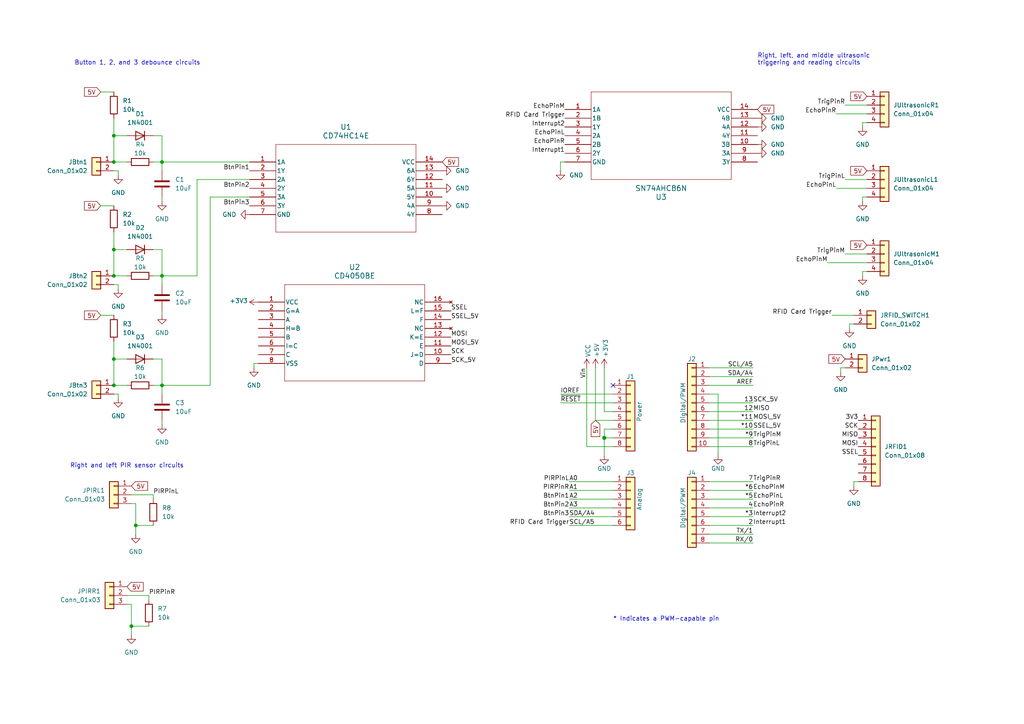
<source format=kicad_sch>
(kicad_sch (version 20230121) (generator eeschema)
  (paper "A4")
  (title_block (date "mar. 31 mars 2015"))
  (lib_symbols
    (symbol "CD4050BE:CD4050BE" (pin_names (offset 0.254))
      (property "Reference" "U" (at 27.94 10.16 0))
      (property "Value" "CD4050BE" (at 27.94 7.62 0))
      (symbol "CD4050BE_0_1"
        (polyline (pts (xy 7.62 -22.86) (xy 48.26 -22.86)) (stroke (width 0.127)))
        (polyline (pts (xy 7.62 5.08) (xy 7.62 -22.86)) (stroke (width 0.127)))
        (polyline (pts (xy 48.26 -22.86) (xy 48.26 5.08)) (stroke (width 0.127)))
        (polyline (pts (xy 48.26 5.08) (xy 7.62 5.08)) (stroke (width 0.127)))
        (pin power_in line (at 0 0 0) (length 7.62) (name "VCC") (number "1"))
        (pin unspecified line (at 55.88 -15.24 180) (length 7.62) (name "J=D") (number "10"))
        (pin unspecified line (at 55.88 -12.7 180) (length 7.62) (name "E") (number "11"))
        (pin unspecified line (at 55.88 -10.16 180) (length 7.62) (name "K=E") (number "12"))
        (pin no_connect line (at 55.88 -7.62 180) (length 7.62) (name "NC") (number "13"))
        (pin unspecified line (at 55.88 -5.08 180) (length 7.62) (name "F") (number "14"))
        (pin unspecified line (at 55.88 -2.54 180) (length 7.62) (name "L=F") (number "15"))
        (pin no_connect line (at 55.88 0 180) (length 7.62) (name "NC") (number "16"))
        (pin unspecified line (at 0 -2.54 0) (length 7.62) (name "G=A") (number "2"))
        (pin unspecified line (at 0 -5.08 0) (length 7.62) (name "A") (number "3"))
        (pin unspecified line (at 0 -7.62 0) (length 7.62) (name "H=B") (number "4"))
        (pin unspecified line (at 0 -10.16 0) (length 7.62) (name "B") (number "5"))
        (pin unspecified line (at 0 -12.7 0) (length 7.62) (name "I=C") (number "6"))
        (pin unspecified line (at 0 -15.24 0) (length 7.62) (name "C") (number "7"))
        (pin power_in line (at 0 -17.78 0) (length 7.62) (name "VSS") (number "8"))
        (pin unspecified line (at 55.88 -17.78 180) (length 7.62) (name "D") (number "9"))
      )
    )
    (symbol "CD74HC14E:CD74HC14E" (pin_names (offset 0.254))
      (property "Reference" "U" (at 27.94 10.16 0))
      (property "Value" "CD74HC14E" (at 27.94 7.62 0))
      (symbol "CD74HC14E_0_1"
        (polyline (pts (xy 7.62 -20.32) (xy 48.26 -20.32)) (stroke (width 0.127)))
        (polyline (pts (xy 7.62 5.08) (xy 7.62 -20.32)) (stroke (width 0.127)))
        (polyline (pts (xy 48.26 -20.32) (xy 48.26 5.08)) (stroke (width 0.127)))
        (polyline (pts (xy 48.26 5.08) (xy 7.62 5.08)) (stroke (width 0.127)))
        (pin input line (at 0 0 0) (length 7.62) (name "1A") (number "1"))
        (pin output line (at 55.88 -10.16 180) (length 7.62) (name "5Y") (number "10"))
        (pin input line (at 55.88 -7.62 180) (length 7.62) (name "5A") (number "11"))
        (pin output line (at 55.88 -5.08 180) (length 7.62) (name "6Y") (number "12"))
        (pin input line (at 55.88 -2.54 180) (length 7.62) (name "6A") (number "13"))
        (pin power_in line (at 55.88 0 180) (length 7.62) (name "VCC") (number "14"))
        (pin output line (at 0 -2.54 0) (length 7.62) (name "1Y") (number "2"))
        (pin input line (at 0 -5.08 0) (length 7.62) (name "2A") (number "3"))
        (pin output line (at 0 -7.62 0) (length 7.62) (name "2Y") (number "4"))
        (pin input line (at 0 -10.16 0) (length 7.62) (name "3A") (number "5"))
        (pin output line (at 0 -12.7 0) (length 7.62) (name "3Y") (number "6"))
        (pin power_in line (at 0 -15.24 0) (length 7.62) (name "GND") (number "7"))
        (pin output line (at 55.88 -15.24 180) (length 7.62) (name "4Y") (number "8"))
        (pin input line (at 55.88 -12.7 180) (length 7.62) (name "4A") (number "9"))
      )
    )
    (symbol "Connector_Generic:Conn_01x02" (pin_names (offset 1.016) hide)
      (property "Reference" "J" (at 0 2.54 0))
      (property "Value" "Conn_01x02" (at 0 -5.08 0))
      (symbol "Conn_01x02_1_1"
        (rectangle (start -1.27 -2.413) (end 0 -2.667) (stroke (width 0.1524)))
        (rectangle (start -1.27 0.127) (end 0 -0.127) (stroke (width 0.1524)))
        (rectangle (start -1.27 1.27) (end 1.27 -3.81) (stroke (width 0.254)) (fill (type background)))
        (pin passive line (at -5.08 0 0) (length 3.81) (name "Pin_1") (number "1"))
        (pin passive line (at -5.08 -2.54 0) (length 3.81) (name "Pin_2") (number "2"))
      )
    )
    (symbol "Connector_Generic:Conn_01x03" (pin_names (offset 1.016) hide)
      (property "Reference" "J" (at 0 5.08 0))
      (property "Value" "Conn_01x03" (at 0 -5.08 0))
      (symbol "Conn_01x03_1_1"
        (rectangle (start -1.27 -2.413) (end 0 -2.667) (stroke (width 0.1524)))
        (rectangle (start -1.27 0.127) (end 0 -0.127) (stroke (width 0.1524)))
        (rectangle (start -1.27 2.667) (end 0 2.413) (stroke (width 0.1524)))
        (rectangle (start -1.27 3.81) (end 1.27 -3.81) (stroke (width 0.254)) (fill (type background)))
        (pin passive line (at -5.08 2.54 0) (length 3.81) (name "Pin_1") (number "1"))
        (pin passive line (at -5.08 0 0) (length 3.81) (name "Pin_2") (number "2"))
        (pin passive line (at -5.08 -2.54 0) (length 3.81) (name "Pin_3") (number "3"))
      )
    )
    (symbol "Connector_Generic:Conn_01x04" (pin_names (offset 1.016) hide)
      (property "Reference" "J" (at 0 5.08 0))
      (property "Value" "Conn_01x04" (at 0 -7.62 0))
      (symbol "Conn_01x04_1_1"
        (rectangle (start -1.27 -4.953) (end 0 -5.207) (stroke (width 0.1524)))
        (rectangle (start -1.27 -2.413) (end 0 -2.667) (stroke (width 0.1524)))
        (rectangle (start -1.27 0.127) (end 0 -0.127) (stroke (width 0.1524)))
        (rectangle (start -1.27 2.667) (end 0 2.413) (stroke (width 0.1524)))
        (rectangle (start -1.27 3.81) (end 1.27 -6.35) (stroke (width 0.254)) (fill (type background)))
        (pin passive line (at -5.08 2.54 0) (length 3.81) (name "Pin_1") (number "1"))
        (pin passive line (at -5.08 0 0) (length 3.81) (name "Pin_2") (number "2"))
        (pin passive line (at -5.08 -2.54 0) (length 3.81) (name "Pin_3") (number "3"))
        (pin passive line (at -5.08 -5.08 0) (length 3.81) (name "Pin_4") (number "4"))
      )
    )
    (symbol "Connector_Generic:Conn_01x06" (pin_names (offset 1.016) hide)
      (property "Reference" "J" (at 0 7.62 0))
      (property "Value" "Conn_01x06" (at 0 -10.16 0))
      (symbol "Conn_01x06_1_1"
        (rectangle (start -1.27 -7.493) (end 0 -7.747) (stroke (width 0.1524)))
        (rectangle (start -1.27 -4.953) (end 0 -5.207) (stroke (width 0.1524)))
        (rectangle (start -1.27 -2.413) (end 0 -2.667) (stroke (width 0.1524)))
        (rectangle (start -1.27 0.127) (end 0 -0.127) (stroke (width 0.1524)))
        (rectangle (start -1.27 2.667) (end 0 2.413) (stroke (width 0.1524)))
        (rectangle (start -1.27 5.207) (end 0 4.953) (stroke (width 0.1524)))
        (rectangle (start -1.27 6.35) (end 1.27 -8.89) (stroke (width 0.254)) (fill (type background)))
        (pin passive line (at -5.08 5.08 0) (length 3.81) (name "Pin_1") (number "1"))
        (pin passive line (at -5.08 2.54 0) (length 3.81) (name "Pin_2") (number "2"))
        (pin passive line (at -5.08 0 0) (length 3.81) (name "Pin_3") (number "3"))
        (pin passive line (at -5.08 -2.54 0) (length 3.81) (name "Pin_4") (number "4"))
        (pin passive line (at -5.08 -5.08 0) (length 3.81) (name "Pin_5") (number "5"))
        (pin passive line (at -5.08 -7.62 0) (length 3.81) (name "Pin_6") (number "6"))
      )
    )
    (symbol "Connector_Generic:Conn_01x08" (pin_names (offset 1.016) hide)
      (property "Reference" "J" (at 0 10.16 0))
      (property "Value" "Conn_01x08" (at 0 -12.7 0))
      (symbol "Conn_01x08_1_1"
        (rectangle (start -1.27 -10.033) (end 0 -10.287) (stroke (width 0.1524)))
        (rectangle (start -1.27 -7.493) (end 0 -7.747) (stroke (width 0.1524)))
        (rectangle (start -1.27 -4.953) (end 0 -5.207) (stroke (width 0.1524)))
        (rectangle (start -1.27 -2.413) (end 0 -2.667) (stroke (width 0.1524)))
        (rectangle (start -1.27 0.127) (end 0 -0.127) (stroke (width 0.1524)))
        (rectangle (start -1.27 2.667) (end 0 2.413) (stroke (width 0.1524)))
        (rectangle (start -1.27 5.207) (end 0 4.953) (stroke (width 0.1524)))
        (rectangle (start -1.27 7.747) (end 0 7.493) (stroke (width 0.1524)))
        (rectangle (start -1.27 8.89) (end 1.27 -11.43) (stroke (width 0.254)) (fill (type background)))
        (pin passive line (at -5.08 7.62 0) (length 3.81) (name "Pin_1") (number "1"))
        (pin passive line (at -5.08 5.08 0) (length 3.81) (name "Pin_2") (number "2"))
        (pin passive line (at -5.08 2.54 0) (length 3.81) (name "Pin_3") (number "3"))
        (pin passive line (at -5.08 0 0) (length 3.81) (name "Pin_4") (number "4"))
        (pin passive line (at -5.08 -2.54 0) (length 3.81) (name "Pin_5") (number "5"))
        (pin passive line (at -5.08 -5.08 0) (length 3.81) (name "Pin_6") (number "6"))
        (pin passive line (at -5.08 -7.62 0) (length 3.81) (name "Pin_7") (number "7"))
        (pin passive line (at -5.08 -10.16 0) (length 3.81) (name "Pin_8") (number "8"))
      )
    )
    (symbol "Connector_Generic:Conn_01x10" (pin_names (offset 1.016) hide)
      (property "Reference" "J" (at 0 12.7 0))
      (property "Value" "Conn_01x10" (at 0 -15.24 0))
      (symbol "Conn_01x10_1_1"
        (rectangle (start -1.27 -12.573) (end 0 -12.827) (stroke (width 0.1524)))
        (rectangle (start -1.27 -10.033) (end 0 -10.287) (stroke (width 0.1524)))
        (rectangle (start -1.27 -7.493) (end 0 -7.747) (stroke (width 0.1524)))
        (rectangle (start -1.27 -4.953) (end 0 -5.207) (stroke (width 0.1524)))
        (rectangle (start -1.27 -2.413) (end 0 -2.667) (stroke (width 0.1524)))
        (rectangle (start -1.27 0.127) (end 0 -0.127) (stroke (width 0.1524)))
        (rectangle (start -1.27 2.667) (end 0 2.413) (stroke (width 0.1524)))
        (rectangle (start -1.27 5.207) (end 0 4.953) (stroke (width 0.1524)))
        (rectangle (start -1.27 7.747) (end 0 7.493) (stroke (width 0.1524)))
        (rectangle (start -1.27 10.287) (end 0 10.033) (stroke (width 0.1524)))
        (rectangle (start -1.27 11.43) (end 1.27 -13.97) (stroke (width 0.254)) (fill (type background)))
        (pin passive line (at -5.08 10.16 0) (length 3.81) (name "Pin_1") (number "1"))
        (pin passive line (at -5.08 -12.7 0) (length 3.81) (name "Pin_10") (number "10"))
        (pin passive line (at -5.08 7.62 0) (length 3.81) (name "Pin_2") (number "2"))
        (pin passive line (at -5.08 5.08 0) (length 3.81) (name "Pin_3") (number "3"))
        (pin passive line (at -5.08 2.54 0) (length 3.81) (name "Pin_4") (number "4"))
        (pin passive line (at -5.08 0 0) (length 3.81) (name "Pin_5") (number "5"))
        (pin passive line (at -5.08 -2.54 0) (length 3.81) (name "Pin_6") (number "6"))
        (pin passive line (at -5.08 -5.08 0) (length 3.81) (name "Pin_7") (number "7"))
        (pin passive line (at -5.08 -7.62 0) (length 3.81) (name "Pin_8") (number "8"))
        (pin passive line (at -5.08 -10.16 0) (length 3.81) (name "Pin_9") (number "9"))
      )
    )
    (symbol "Device:C" (pin_numbers hide) (pin_names (offset 0.254))
      (property "Reference" "C" (at 0.635 2.54 0))
      (property "Value" "C" (at 0.635 -2.54 0))
      (symbol "C_0_1"
        (polyline (pts (xy -2.032 -0.762) (xy 2.032 -0.762)) (stroke (width 0.508)))
        (polyline (pts (xy -2.032 0.762) (xy 2.032 0.762)) (stroke (width 0.508)))
      )
      (symbol "C_1_1"
        (pin passive line (at 0 3.81 270) (length 2.794) (name "~") (number "1"))
        (pin passive line (at 0 -3.81 90) (length 2.794) (name "~") (number "2"))
      )
    )
    (symbol "Device:R" (pin_numbers hide) (pin_names (offset 0))
      (property "Reference" "R" (at 2.032 0 90))
      (property "Value" "R" (at 0 0 90))
      (symbol "R_0_1"
        (rectangle (start -1.016 -2.54) (end 1.016 2.54) (stroke (width 0.254)))
      )
      (symbol "R_1_1"
        (pin passive line (at 0 3.81 270) (length 1.27) (name "~") (number "1"))
        (pin passive line (at 0 -3.81 90) (length 1.27) (name "~") (number "2"))
      )
    )
    (symbol "Diode:1N4001" (pin_numbers hide) (pin_names hide)
      (property "Reference" "D" (at 0 2.54 0))
      (property "Value" "1N4001" (at 0 -2.54 0))
      (symbol "1N4001_0_1"
        (polyline (pts (xy -1.27 1.27) (xy -1.27 -1.27)) (stroke (width 0.254)))
        (polyline (pts (xy 1.27 0) (xy -1.27 0)))
        (polyline (pts (xy 1.27 1.27) (xy 1.27 -1.27) (xy -1.27 0) (xy 1.27 1.27)) (stroke (width 0.254)))
      )
      (symbol "1N4001_1_1"
        (pin passive line (at -3.81 0 0) (length 2.54) (name "K") (number "1"))
        (pin passive line (at 3.81 0 180) (length 2.54) (name "A") (number "2"))
      )
    )
    (symbol "SN74AHC86N:SN74AHC86N" (pin_names (offset 0.254))
      (property "Reference" "U" (at 27.94 10.16 0))
      (property "Value" "SN74AHC86N" (at 27.94 7.62 0))
      (symbol "SN74AHC86N_0_1"
        (polyline (pts (xy 7.62 -20.32) (xy 48.26 -20.32)) (stroke (width 0.127)))
        (polyline (pts (xy 7.62 5.08) (xy 7.62 -20.32)) (stroke (width 0.127)))
        (polyline (pts (xy 48.26 -20.32) (xy 48.26 5.08)) (stroke (width 0.127)))
        (polyline (pts (xy 48.26 5.08) (xy 7.62 5.08)) (stroke (width 0.127)))
        (pin input line (at 0 0 0) (length 7.62) (name "1A") (number "1"))
        (pin input line (at 55.88 -10.16 180) (length 7.62) (name "3B") (number "10"))
        (pin output line (at 55.88 -7.62 180) (length 7.62) (name "4Y") (number "11"))
        (pin input line (at 55.88 -5.08 180) (length 7.62) (name "4A") (number "12"))
        (pin input line (at 55.88 -2.54 180) (length 7.62) (name "4B") (number "13"))
        (pin power_in line (at 55.88 0 180) (length 7.62) (name "VCC") (number "14"))
        (pin input line (at 0 -2.54 0) (length 7.62) (name "1B") (number "2"))
        (pin output line (at 0 -5.08 0) (length 7.62) (name "1Y") (number "3"))
        (pin input line (at 0 -7.62 0) (length 7.62) (name "2A") (number "4"))
        (pin input line (at 0 -10.16 0) (length 7.62) (name "2B") (number "5"))
        (pin output line (at 0 -12.7 0) (length 7.62) (name "2Y") (number "6"))
        (pin power_in line (at 0 -15.24 0) (length 7.62) (name "GND") (number "7"))
        (pin output line (at 55.88 -15.24 180) (length 7.62) (name "3Y") (number "8"))
        (pin input line (at 55.88 -12.7 180) (length 7.62) (name "3A") (number "9"))
      )
    )
    (symbol "power:+3V3" (power) (pin_names (offset 0))
      (property "Value" "+3V3" (at 0 3.556 0))
      (symbol "+3V3_0_1"
        (polyline (pts (xy -0.762 1.27) (xy 0 2.54)))
        (polyline (pts (xy 0 0) (xy 0 2.54)))
        (polyline (pts (xy 0 2.54) (xy 0.762 1.27)))
      )
      (symbol "+3V3_1_1"
        (pin power_in line (at 0 0 90) (length 0) hide (name "+3V3") (number "1"))
      )
    )
    (symbol "power:+5V" (power) (pin_names (offset 0))
      (property "Value" "+5V" (at 0 3.556 0))
      (symbol "+5V_0_1"
        (polyline (pts (xy -0.762 1.27) (xy 0 2.54)))
        (polyline (pts (xy 0 0) (xy 0 2.54)))
        (polyline (pts (xy 0 2.54) (xy 0.762 1.27)))
      )
      (symbol "+5V_1_1"
        (pin power_in line (at 0 0 90) (length 0) hide (name "+5V") (number "1"))
      )
    )
    (symbol "power:GND" (power) (pin_names (offset 0))
      (property "Value" "GND" (at 0 -3.81 0))
      (symbol "GND_0_1"
        (polyline (pts (xy 0 0) (xy 0 -1.27) (xy 1.27 -1.27) (xy 0 -2.54) (xy -1.27 -1.27) (xy 0 -1.27)))
      )
      (symbol "GND_1_1"
        (pin power_in line (at 0 0 270) (length 0) hide (name "GND") (number "1"))
      )
    )
    (symbol "power:VCC" (power) (pin_names (offset 0))
      (property "Value" "VCC" (at 0 3.81 0))
      (symbol "VCC_0_1"
        (polyline (pts (xy -0.762 1.27) (xy 0 2.54)))
        (polyline (pts (xy 0 0) (xy 0 2.54)))
        (polyline (pts (xy 0 2.54) (xy 0.762 1.27)))
      )
      (symbol "VCC_1_1"
        (pin power_in line (at 0 0 90) (length 0) hide (name "VCC") (number "1"))
      )
    )
  )
  (junction (at 39.37 152.4))
  (junction (at 46.99 80.01))
  (junction (at 175.26 127) (diameter 1.016))
  (junction (at 46.99 46.99))
  (junction (at 46.99 111.76))
  (junction (at 33.02 46.99))
  (junction (at 33.02 104.14))
  (junction (at 33.02 80.01))
  (junction (at 38.1 181.61))
  (junction (at 33.02 111.76))
  (junction (at 33.02 39.37))
  (junction (at 33.02 72.39))
  (no_connect (at 177.8 111.76))
  (wire (pts (xy 33.02 39.37) (xy 33.02 46.99)))
  (wire (pts (xy 33.02 72.39) (xy 33.02 67.31)))
  (wire (pts (xy 205.74 157.48) (xy 218.44 157.48)))
  (wire (pts (xy 246.38 93.98) (xy 246.38 95.25)))
  (wire (pts (xy 205.74 124.46) (xy 218.44 124.46)))
  (wire (pts (xy 74.93 105.41) (xy 73.66 105.41)))
  (wire (pts (xy 245.11 106.68) (xy 243.84 106.68)))
  (wire (pts (xy 205.74 106.68) (xy 218.44 106.68)))
  (wire (pts (xy 44.45 80.01) (xy 46.99 80.01)))
  (wire (pts (xy 39.37 152.4) (xy 39.37 154.94)))
  (wire (pts (xy 29.21 59.69) (xy 33.02 59.69)))
  (wire (pts (xy 34.29 82.55) (xy 34.29 83.82)))
  (wire (pts (xy 175.26 124.46) (xy 175.26 127)))
  (wire (pts (xy 165.1 152.4) (xy 177.8 152.4)))
  (wire (pts (xy 241.3 91.44) (xy 247.65 91.44)))
  (wire (pts (xy 33.02 39.37) (xy 33.02 34.29)))
  (wire (pts (xy 33.02 80.01) (xy 36.83 80.01)))
  (wire (pts (xy 175.26 127) (xy 175.26 132.08)))
  (wire (pts (xy 245.11 30.48) (xy 251.46 30.48)))
  (wire (pts (xy 175.26 119.38) (xy 177.8 119.38)))
  (wire (pts (xy 36.83 172.72) (xy 43.18 172.72)))
  (wire (pts (xy 172.72 121.92) (xy 177.8 121.92)))
  (wire (pts (xy 172.72 106.68) (xy 172.72 121.92)))
  (wire (pts (xy 39.37 152.4) (xy 44.45 152.4)))
  (wire (pts (xy 205.74 116.84) (xy 218.44 116.84)))
  (wire (pts (xy 72.39 57.15) (xy 60.96 57.15)))
  (wire (pts (xy 175.26 106.68) (xy 175.26 119.38)))
  (wire (pts (xy 205.74 139.7) (xy 218.44 139.7)))
  (wire (pts (xy 38.1 181.61) (xy 43.18 181.61)))
  (wire (pts (xy 245.11 52.07) (xy 251.46 52.07)))
  (wire (pts (xy 46.99 90.17) (xy 46.99 91.44)))
  (wire (pts (xy 177.8 139.7) (xy 165.1 139.7)))
  (wire (pts (xy 205.74 119.38) (xy 218.44 119.38)))
  (wire (pts (xy 43.18 172.72) (xy 43.18 173.99)))
  (wire (pts (xy 205.74 142.24) (xy 218.44 142.24)))
  (wire (pts (xy 240.03 76.2) (xy 251.46 76.2)))
  (wire (pts (xy 33.02 111.76) (xy 36.83 111.76)))
  (wire (pts (xy 36.83 39.37) (xy 33.02 39.37)))
  (wire (pts (xy 73.66 105.41) (xy 73.66 106.68)))
  (wire (pts (xy 250.19 35.56) (xy 251.46 35.56)))
  (wire (pts (xy 46.99 72.39) (xy 46.99 80.01)))
  (wire (pts (xy 205.74 127) (xy 218.44 127)))
  (wire (pts (xy 29.21 91.44) (xy 33.02 91.44)))
  (wire (pts (xy 33.02 104.14) (xy 33.02 99.06)))
  (wire (pts (xy 205.74 147.32) (xy 218.44 147.32)))
  (wire (pts (xy 46.99 57.15) (xy 46.99 58.42)))
  (wire (pts (xy 46.99 121.92) (xy 46.99 123.19)))
  (wire (pts (xy 250.19 78.74) (xy 250.19 80.01)))
  (wire (pts (xy 162.56 114.3) (xy 177.8 114.3)))
  (wire (pts (xy 44.45 39.37) (xy 46.99 39.37)))
  (wire (pts (xy 44.45 104.14) (xy 46.99 104.14)))
  (wire (pts (xy 36.83 72.39) (xy 33.02 72.39)))
  (wire (pts (xy 46.99 39.37) (xy 46.99 46.99)))
  (wire (pts (xy 247.65 93.98) (xy 246.38 93.98)))
  (wire (pts (xy 36.83 104.14) (xy 33.02 104.14)))
  (wire (pts (xy 163.83 46.99) (xy 162.56 46.99)))
  (wire (pts (xy 208.28 114.3) (xy 208.28 132.08)))
  (wire (pts (xy 248.92 139.7) (xy 247.65 139.7)))
  (wire (pts (xy 46.99 80.01) (xy 57.15 80.01)))
  (wire (pts (xy 36.83 175.26) (xy 38.1 175.26)))
  (wire (pts (xy 34.29 114.3) (xy 34.29 115.57)))
  (wire (pts (xy 60.96 57.15) (xy 60.96 111.76)))
  (wire (pts (xy 205.74 111.76) (xy 218.44 111.76)))
  (wire (pts (xy 57.15 52.07) (xy 57.15 80.01)))
  (wire (pts (xy 177.8 144.78) (xy 165.1 144.78)))
  (wire (pts (xy 162.56 116.84) (xy 177.8 116.84)))
  (wire (pts (xy 38.1 146.05) (xy 39.37 146.05)))
  (wire (pts (xy 177.8 127) (xy 175.26 127)))
  (wire (pts (xy 46.99 46.99) (xy 46.99 49.53)))
  (wire (pts (xy 46.99 80.01) (xy 46.99 82.55)))
  (wire (pts (xy 33.02 114.3) (xy 34.29 114.3)))
  (wire (pts (xy 33.02 82.55) (xy 34.29 82.55)))
  (wire (pts (xy 46.99 104.14) (xy 46.99 111.76)))
  (wire (pts (xy 46.99 46.99) (xy 72.39 46.99)))
  (wire (pts (xy 44.45 46.99) (xy 46.99 46.99)))
  (wire (pts (xy 33.02 49.53) (xy 34.29 49.53)))
  (wire (pts (xy 245.11 73.66) (xy 251.46 73.66)))
  (wire (pts (xy 177.8 129.54) (xy 170.18 129.54)))
  (wire (pts (xy 165.1 142.24) (xy 177.8 142.24)))
  (wire (pts (xy 33.02 72.39) (xy 33.02 80.01)))
  (wire (pts (xy 33.02 104.14) (xy 33.02 111.76)))
  (wire (pts (xy 46.99 111.76) (xy 60.96 111.76)))
  (wire (pts (xy 38.1 181.61) (xy 38.1 184.15)))
  (wire (pts (xy 205.74 114.3) (xy 208.28 114.3)))
  (wire (pts (xy 251.46 57.15) (xy 250.19 57.15)))
  (wire (pts (xy 39.37 146.05) (xy 39.37 152.4)))
  (wire (pts (xy 177.8 124.46) (xy 175.26 124.46)))
  (wire (pts (xy 243.84 106.68) (xy 243.84 107.95)))
  (wire (pts (xy 251.46 54.61) (xy 242.57 54.61)))
  (wire (pts (xy 205.74 121.92) (xy 218.44 121.92)))
  (wire (pts (xy 44.45 111.76) (xy 46.99 111.76)))
  (wire (pts (xy 38.1 175.26) (xy 38.1 181.61)))
  (wire (pts (xy 33.02 46.99) (xy 36.83 46.99)))
  (wire (pts (xy 205.74 144.78) (xy 218.44 144.78)))
  (wire (pts (xy 165.1 147.32) (xy 177.8 147.32)))
  (wire (pts (xy 44.45 72.39) (xy 46.99 72.39)))
  (wire (pts (xy 44.45 143.51) (xy 44.45 144.78)))
  (wire (pts (xy 247.65 139.7) (xy 247.65 140.97)))
  (wire (pts (xy 34.29 49.53) (xy 34.29 50.8)))
  (wire (pts (xy 162.56 46.99) (xy 162.56 49.53)))
  (wire (pts (xy 38.1 143.51) (xy 44.45 143.51)))
  (wire (pts (xy 205.74 109.22) (xy 218.44 109.22)))
  (wire (pts (xy 205.74 152.4) (xy 218.44 152.4)))
  (wire (pts (xy 205.74 149.86) (xy 218.44 149.86)))
  (wire (pts (xy 72.39 52.07) (xy 57.15 52.07)))
  (wire (pts (xy 46.99 111.76) (xy 46.99 114.3)))
  (wire (pts (xy 250.19 57.15) (xy 250.19 58.42)))
  (wire (pts (xy 242.57 33.02) (xy 251.46 33.02)))
  (wire (pts (xy 251.46 78.74) (xy 250.19 78.74)))
  (wire (pts (xy 205.74 154.94) (xy 218.44 154.94)))
  (wire (pts (xy 170.18 129.54) (xy 170.18 106.68)))
  (wire (pts (xy 29.21 26.67) (xy 33.02 26.67)))
  (wire (pts (xy 177.8 149.86) (xy 165.1 149.86)))
  (wire (pts (xy 250.19 35.56) (xy 250.19 36.83)))
  (wire (pts (xy 205.74 129.54) (xy 218.44 129.54)))
  (text "Button 1, 2, and 3 debounce circuits" (at 21.59 19.05 0) (effects (font (size 1.27 1.27)) (justify left bottom)))
  (text "Right, left, and middle ultrasonic \ntriggering and reading circuits" (at 219.71 19.05 0) (effects (font (size 1.27 1.27)) (justify left bottom)))
  (text "Right and left PIR sensor circuits" (at 20.32 135.89 0) (effects (font (size 1.27 1.27)) (justify left bottom)))
  (text "* Indicates a PWM-capable pin" (at 177.8 180.34 0) (effects (font (size 1.27 1.27)) (justify left bottom)))
  (label "RX{slash}0" (at 218.44 157.48 180))
  (label "EchoPinR" (at 218.44 147.32 0))
  (label "A2" (at 165.1 144.78 0))
  (label "4" (at 218.44 147.32 180))
  (label "TrigPinM" (at 218.44 127 0))
  (label "EchoPinR" (at 163.83 41.91 180))
  (label "2" (at 218.44 152.4 180))
  (label "SSEL" (at 130.81 90.17 0))
  (label "A3" (at 165.1 147.32 0))
  (label "SSEL_5V" (at 130.81 92.71 0))
  (label "TrigPinR" (at 218.44 139.7 0))
  (label "13" (at 218.44 116.84 180))
  (label "3V3" (at 248.92 121.92 180))
  (label "MISO" (at 218.44 119.38 0))
  (label "12" (at 218.44 119.38 180))
  (label "PIRPinR" (at 43.18 172.72 0))
  (label "~{RESET}" (at 162.56 116.84 0))
  (label "Interrupt2" (at 218.44 149.86 0))
  (label "*10" (at 218.44 124.46 180))
  (label "TrigPinR" (at 245.11 30.48 180))
  (label "BtnPin2" (at 72.39 54.61 180))
  (label "SCK_5V" (at 218.44 116.84 0))
  (label "Interrupt1" (at 218.44 152.4 0))
  (label "Interrupt2" (at 163.83 36.83 180))
  (label "7" (at 218.44 139.7 180))
  (label "SDA{slash}A4" (at 218.44 109.22 180))
  (label "8" (at 218.44 129.54 180))
  (label "TrigPinL" (at 218.44 129.54 0))
  (label "BtnPin1" (at 165.1 144.78 180))
  (label "EchoPinM" (at 163.83 31.75 180))
  (label "TrigPinM" (at 245.11 73.66 180))
  (label "MOSI" (at 130.81 97.79 0))
  (label "PIRPinL" (at 44.45 143.51 0))
  (label "MISO" (at 248.92 127 180))
  (label "PIRPinL" (at 165.1 139.7 180))
  (label "*11" (at 218.44 121.92 180))
  (label "EchoPinR" (at 242.57 33.02 180))
  (label "*3" (at 218.44 149.86 180))
  (label "RFID Card Trigger" (at 165.1 152.4 180))
  (label "A1" (at 165.1 142.24 0))
  (label "TX{slash}1" (at 218.44 154.94 180))
  (label "SCK" (at 248.92 124.46 180))
  (label "BtnPin3" (at 165.1 149.86 180))
  (label "A0" (at 165.1 139.7 0))
  (label "AREF" (at 218.44 111.76 180))
  (label "EchoPinM" (at 240.03 76.2 180))
  (label "Vin" (at 170.18 106.68 270))
  (label "EchoPinL" (at 242.57 54.61 180))
  (label "RFID Card Trigger" (at 163.83 34.29 180))
  (label "*6" (at 218.44 142.24 180))
  (label "BtnPin2" (at 165.1 147.32 180))
  (label "SCL{slash}A5" (at 218.44 106.68 180))
  (label "SSEL_5V" (at 218.44 124.46 0))
  (label "*9" (at 218.44 127 180))
  (label "SSEL" (at 248.92 132.08 180))
  (label "MOSI_5V" (at 218.44 121.92 0))
  (label "MOSI" (at 248.92 129.54 180))
  (label "*5" (at 218.44 144.78 180))
  (label "Interrupt1" (at 163.83 44.45 180))
  (label "IOREF" (at 162.56 114.3 0))
  (label "PIRPinR" (at 165.1 142.24 180))
  (label "SCK_5V" (at 130.81 105.41 0))
  (label "BtnPin1" (at 72.39 49.53 180))
  (label "BtnPin3" (at 72.39 59.69 180))
  (label "MOSI_5V" (at 130.81 100.33 0))
  (label "EchoPinM" (at 218.44 142.24 0))
  (label "SDA{slash}A4" (at 165.1 149.86 0))
  (label "SCL{slash}A5" (at 165.1 152.4 0))
  (label "EchoPinL" (at 218.44 144.78 0))
  (label "SCK" (at 130.81 102.87 0))
  (label "RFID Card Trigger" (at 241.3 91.44 180))
  (label "EchoPinL" (at 163.83 39.37 180))
  (label "TrigPinL" (at 245.11 52.07 180))
  (global_label "5V" (shape input) (at 251.46 71.12 180) (property "Intersheetrefs" "${INTERSHEET_REFS}" (effects hide)))
  (global_label "5V" (shape input) (at 128.27 46.99 0) (property "Intersheetrefs" "${INTERSHEET_REFS}" (effects hide)))
  (global_label "5V" (shape input) (at 251.46 27.94 180) (property "Intersheetrefs" "${INTERSHEET_REFS}" (effects hide)))
  (global_label "5V" (shape input) (at 29.21 59.69 180) (property "Intersheetrefs" "${INTERSHEET_REFS}" (effects hide)))
  (global_label "5V" (shape input) (at 219.71 31.75 0) (property "Intersheetrefs" "${INTERSHEET_REFS}" (effects hide)))
  (global_label "5V" (shape input) (at 36.83 170.18 0) (property "Intersheetrefs" "${INTERSHEET_REFS}" (effects hide)))
  (global_label "5V" (shape input) (at 38.1 140.97 0) (property "Intersheetrefs" "${INTERSHEET_REFS}" (effects hide)))
  (global_label "5V" (shape input) (at 251.46 49.53 180) (property "Intersheetrefs" "${INTERSHEET_REFS}" (effects hide)))
  (global_label "5V" (shape input) (at 29.21 91.44 180) (property "Intersheetrefs" "${INTERSHEET_REFS}" (effects hide)))
  (global_label "5V" (shape input) (at 29.21 26.67 180) (property "Intersheetrefs" "${INTERSHEET_REFS}" (effects hide)))
  (global_label "5V" (shape input) (at 172.72 121.92 270) (property "Intersheetrefs" "${INTERSHEET_REFS}" (effects hide)))
  (global_label "5V" (shape input) (at 245.11 104.14 180) (property "Intersheetrefs" "${INTERSHEET_REFS}" (effects hide)))
  (symbol (lib_id "Connector_Generic:Conn_01x08") (at 182.88 119.38 0) (unit 1)
    (property "Reference" "J1" (at 182.88 109.22 0))
    (property "Value" "Power" (at 185.42 119.38 90))
    (property "Footprint" "Connector_PinSocket_2.54mm:PinSocket_1x08_P2.54mm_Vertical" (effects hide))
  )
  (symbol (lib_id "power:+3V3") (at 175.26 106.68 0) (unit 1)
    (property "Reference" "#PWR03" (effects hide))
    (property "Value" "+3.3V" (at 175.641 103.632 90) (effects (justify left)))
  )
  (symbol (lib_id "power:+5V") (at 172.72 106.68 0) (unit 1)
    (property "Reference" "#PWR02" (effects hide))
    (property "Value" "+5V" (at 173.0756 103.632 90) (effects (justify left)))
  )
  (symbol (lib_id "power:GND") (at 175.26 132.08 0) (unit 1)
    (property "Reference" "#PWR04" (effects hide))
    (property "Value" "GND" (at 175.26 135.89 0))
  )
  (symbol (lib_id "Connector_Generic:Conn_01x10") (at 200.66 116.84 0) (mirror y) (unit 1)
    (property "Reference" "J2" (at 200.66 104.14 0))
    (property "Value" "Digital/PWM" (at 198.12 116.84 90))
    (property "Footprint" "Connector_PinSocket_2.54mm:PinSocket_1x10_P2.54mm_Vertical" (effects hide))
  )
  (symbol (lib_id "power:GND") (at 208.28 132.08 0) (unit 1)
    (property "Reference" "#PWR05" (effects hide))
    (property "Value" "GND" (at 208.28 135.89 0))
  )
  (symbol (lib_id "Connector_Generic:Conn_01x06") (at 182.88 144.78 0) (unit 1)
    (property "Reference" "J3" (at 182.88 137.16 0))
    (property "Value" "Analog" (at 185.42 144.78 90))
    (property "Footprint" "Connector_PinSocket_2.54mm:PinSocket_1x06_P2.54mm_Vertical" (effects hide))
  )
  (symbol (lib_id "Connector_Generic:Conn_01x08") (at 200.66 147.32 0) (mirror y) (unit 1)
    (property "Reference" "J4" (at 200.66 137.16 0))
    (property "Value" "Digital/PWM" (at 198.12 147.32 90))
    (property "Footprint" "Connector_PinSocket_2.54mm:PinSocket_1x08_P2.54mm_Vertical" (effects hide))
  )
  (symbol (lib_id "CD74HC14E:CD74HC14E") (at 72.39 46.99 0) (unit 1)
    (property "Reference" "U1" (at 100.33 36.83 0) (effects (font (size 1.524 1.524))))
    (property "Value" "CD74HC14E" (at 100.33 39.37 0) (effects (font (size 1.524 1.524))))
    (property "Footprint" "CD74HC14E:N14" (effects hide))
    (property "Datasheet" "CD74HC14E" (effects hide))
  )
  (symbol (lib_id "power:GND") (at 128.27 49.53 90) (unit 1)
    (property "Reference" "#PWR015" (effects hide))
    (property "Value" "GND" (at 132.08 49.53 90) (effects (justify right)))
  )
  (symbol (lib_id "power:GND") (at 39.37 154.94 0) (mirror y) (unit 1)
    (property "Reference" "#PWR010" (effects hide))
    (property "Value" "GND" (at 39.37 160.02 0))
  )
  (symbol (lib_id "Device:R") (at 40.64 46.99 270) (unit 1)
    (property "Reference" "R4" (at 40.64 41.91 90))
    (property "Value" "10k" (at 40.64 44.45 90))
    (property "Footprint" "Resistor_THT:R_Axial_DIN0204_L3.6mm_D1.6mm_P5.08mm_Horizontal" (effects hide))
  )
  (symbol (lib_id "power:GND") (at 34.29 50.8 0) (mirror y) (unit 1)
    (property "Reference" "#PWR06" (effects hide))
    (property "Value" "GND" (at 34.29 55.88 0))
  )
  (symbol (lib_id "power:GND") (at 34.29 115.57 0) (mirror y) (unit 1)
    (property "Reference" "#PWR08" (effects hide))
    (property "Value" "GND" (at 34.29 120.65 0))
  )
  (symbol (lib_id "power:GND") (at 219.71 44.45 90) (unit 1)
    (property "Reference" "#PWR029" (effects hide))
    (property "Value" "GND" (at 223.52 44.45 90) (effects (justify right)))
  )
  (symbol (lib_id "power:+3V3") (at 74.93 87.63 90) (unit 1)
    (property "Reference" "#PWR025" (effects hide))
    (property "Value" "+3.3V" (at 71.882 87.249 90) (effects (justify left)))
  )
  (symbol (lib_id "Diode:1N4001") (at 40.64 72.39 0) (mirror y) (unit 1)
    (property "Reference" "D2" (at 40.64 66.04 0))
    (property "Value" "1N4001" (at 40.64 68.58 0))
    (property "Footprint" "Diode_THT:D_DO-41_SOD81_P10.16mm_Horizontal" (effects hide))
    (property "Datasheet" "http://www.vishay.com/docs/88503/1n4001.pdf" (effects hide))
    (property "Sim.Device" "D" (effects hide))
    (property "Sim.Pins" "1=K 2=A" (effects hide))
  )
  (symbol (lib_id "power:GND") (at 46.99 123.19 0) (mirror y) (unit 1)
    (property "Reference" "#PWR013" (effects hide))
    (property "Value" "GND" (at 46.99 128.27 0))
  )
  (symbol (lib_id "Connector_Generic:Conn_01x02") (at 252.73 91.44 0) (unit 1)
    (property "Reference" "JRFID_SWITCH1" (at 255.27 91.44 0) (effects (justify left)))
    (property "Value" "Conn_01x02" (at 255.27 93.98 0) (effects (justify left)))
    (property "Footprint" "Connector_JST:JST_PH_B2B-PH-K_1x02_P2.00mm_Vertical" (effects hide))
  )
  (symbol (lib_id "power:GND") (at 250.19 80.01 0) (unit 1)
    (property "Reference" "#PWR024" (effects hide))
    (property "Value" "GND" (at 250.19 85.09 0))
  )
  (symbol (lib_id "power:VCC") (at 170.18 106.68 0) (unit 1)
    (property "Reference" "#PWR01" (effects hide))
    (property "Value" "VCC" (at 170.561 103.632 90) (effects (justify left)))
  )
  (symbol (lib_id "Connector_Generic:Conn_01x08") (at 254 129.54 0) (unit 1)
    (property "Reference" "JRFID1" (at 256.54 129.54 0) (effects (justify left)))
    (property "Value" "Conn_01x08" (at 256.54 132.08 0) (effects (justify left)))
    (property "Footprint" "Connector_JST:JST_PH_B8B-PH-K_1x08_P2.00mm_Vertical" (effects hide))
  )
  (symbol (lib_id "power:GND") (at 34.29 83.82 0) (mirror y) (unit 1)
    (property "Reference" "#PWR07" (effects hide))
    (property "Value" "GND" (at 34.29 88.9 0))
  )
  (symbol (lib_id "Device:R") (at 43.18 177.8 0) (unit 1)
    (property "Reference" "R7" (at 45.72 176.53 0) (effects (justify left)))
    (property "Value" "10k" (at 45.72 179.07 0) (effects (justify left)))
    (property "Footprint" "Resistor_THT:R_Axial_DIN0204_L3.6mm_D1.6mm_P5.08mm_Horizontal" (effects hide))
  )
  (symbol (lib_id "power:GND") (at 73.66 106.68 0) (unit 1)
    (property "Reference" "#PWR014" (effects hide))
    (property "Value" "GND" (at 73.66 111.76 0))
  )
  (symbol (lib_id "Device:R") (at 33.02 30.48 0) (unit 1)
    (property "Reference" "R1" (at 35.56 29.21 0) (effects (justify left)))
    (property "Value" "10k" (at 35.56 31.75 0) (effects (justify left)))
    (property "Footprint" "Resistor_THT:R_Axial_DIN0204_L3.6mm_D1.6mm_P5.08mm_Horizontal" (effects hide))
  )
  (symbol (lib_id "Connector_Generic:Conn_01x04") (at 256.54 52.07 0) (unit 1)
    (property "Reference" "JUltrasonicL1" (at 259.08 52.07 0) (effects (justify left)))
    (property "Value" "Conn_01x04" (at 259.08 54.61 0) (effects (justify left)))
    (property "Footprint" "Connector_JST:JST_PH_B4B-PH-K_1x04_P2.00mm_Vertical" (effects hide))
  )
  (symbol (lib_id "Device:R") (at 40.64 80.01 270) (unit 1)
    (property "Reference" "R5" (at 40.64 74.93 90))
    (property "Value" "10k" (at 40.64 77.47 90))
    (property "Footprint" "Resistor_THT:R_Axial_DIN0204_L3.6mm_D1.6mm_P5.08mm_Horizontal" (effects hide))
  )
  (symbol (lib_id "power:GND") (at 219.71 41.91 90) (unit 1)
    (property "Reference" "#PWR028" (effects hide))
    (property "Value" "GND" (at 223.52 41.91 90) (effects (justify right)))
  )
  (symbol (lib_id "power:GND") (at 46.99 91.44 0) (mirror y) (unit 1)
    (property "Reference" "#PWR012" (effects hide))
    (property "Value" "GND" (at 46.99 96.52 0))
  )
  (symbol (lib_id "Connector_Generic:Conn_01x04") (at 256.54 73.66 0) (unit 1)
    (property "Reference" "JUltrasonicM1" (at 259.08 73.66 0) (effects (justify left)))
    (property "Value" "Conn_01x04" (at 259.08 76.2 0) (effects (justify left)))
    (property "Footprint" "Connector_JST:JST_PH_B4B-PH-K_1x04_P2.00mm_Vertical" (effects hide))
  )
  (symbol (lib_id "power:GND") (at 46.99 58.42 0) (mirror y) (unit 1)
    (property "Reference" "#PWR011" (effects hide))
    (property "Value" "GND" (at 46.99 63.5 0))
  )
  (symbol (lib_id "Connector_Generic:Conn_01x04") (at 256.54 30.48 0) (unit 1)
    (property "Reference" "JUltrasonicR1" (at 259.08 30.48 0) (effects (justify left)))
    (property "Value" "Conn_01x04" (at 259.08 33.02 0) (effects (justify left)))
    (property "Footprint" "Connector_JST:JST_PH_B4B-PH-K_1x04_P2.00mm_Vertical" (effects hide))
  )
  (symbol (lib_id "Device:R") (at 33.02 95.25 0) (unit 1)
    (property "Reference" "R3" (at 35.56 93.98 0) (effects (justify left)))
    (property "Value" "10k" (at 35.56 96.52 0) (effects (justify left)))
    (property "Footprint" "Resistor_THT:R_Axial_DIN0204_L3.6mm_D1.6mm_P5.08mm_Horizontal" (effects hide))
  )
  (symbol (lib_id "power:GND") (at 247.65 140.97 0) (unit 1)
    (property "Reference" "#PWR019" (effects hide))
    (property "Value" "GND" (at 247.65 146.05 0))
  )
  (symbol (lib_id "Connector_Generic:Conn_01x02") (at 27.94 80.01 0) (mirror y) (unit 1)
    (property "Reference" "JBtn2" (at 25.4 80.01 0) (effects (justify left)))
    (property "Value" "Conn_01x02" (at 25.4 82.55 0) (effects (justify left)))
    (property "Footprint" "Connector_JST:JST_PH_B2B-PH-K_1x02_P2.00mm_Vertical" (effects hide))
  )
  (symbol (lib_id "Connector_Generic:Conn_01x03") (at 33.02 143.51 0) (mirror y) (unit 1)
    (property "Reference" "JPIRL1" (at 30.48 142.24 0) (effects (justify left)))
    (property "Value" "Conn_01x03" (at 30.48 144.78 0) (effects (justify left)))
    (property "Footprint" "Connector_JST:JST_PH_B3B-PH-K_1x03_P2.00mm_Vertical" (effects hide))
  )
  (symbol (lib_id "power:GND") (at 243.84 107.95 0) (unit 1)
    (property "Reference" "#PWR020" (effects hide))
    (property "Value" "GND" (at 243.84 113.03 0))
  )
  (symbol (lib_id "Connector_Generic:Conn_01x02") (at 27.94 111.76 0) (mirror y) (unit 1)
    (property "Reference" "JBtn3" (at 25.4 111.76 0) (effects (justify left)))
    (property "Value" "Conn_01x02" (at 25.4 114.3 0) (effects (justify left)))
    (property "Footprint" "Connector_JST:JST_PH_B2B-PH-K_1x02_P2.00mm_Vertical" (effects hide))
  )
  (symbol (lib_id "Connector_Generic:Conn_01x03") (at 31.75 172.72 0) (mirror y) (unit 1)
    (property "Reference" "JPIRR1" (at 29.21 171.45 0) (effects (justify left)))
    (property "Value" "Conn_01x03" (at 29.21 173.99 0) (effects (justify left)))
    (property "Footprint" "Connector_JST:JST_PH_B3B-PH-K_1x03_P2.00mm_Vertical" (effects hide))
  )
  (symbol (lib_id "power:GND") (at 72.39 62.23 270) (mirror x) (unit 1)
    (property "Reference" "#PWR030" (effects hide))
    (property "Value" "GND" (at 68.58 62.23 90) (effects (justify right)))
  )
  (symbol (lib_id "power:GND") (at 128.27 59.69 90) (unit 1)
    (property "Reference" "#PWR017" (effects hide))
    (property "Value" "GND" (at 132.08 59.69 90) (effects (justify right)))
  )
  (symbol (lib_id "Device:C") (at 46.99 118.11 0) (unit 1)
    (property "Reference" "C3" (at 50.8 116.84 0) (effects (justify left)))
    (property "Value" "10uF" (at 50.8 119.38 0) (effects (justify left)))
    (property "Footprint" "Capacitor_THT:C_Rect_L4.0mm_W2.5mm_P2.50mm" (effects hide))
  )
  (symbol (lib_id "power:GND") (at 219.71 36.83 90) (unit 1)
    (property "Reference" "#PWR027" (effects hide))
    (property "Value" "GND" (at 223.52 36.83 90) (effects (justify right)))
  )
  (symbol (lib_id "Device:R") (at 44.45 148.59 0) (unit 1)
    (property "Reference" "R8" (at 46.99 147.32 0) (effects (justify left)))
    (property "Value" "10k" (at 46.99 149.86 0) (effects (justify left)))
    (property "Footprint" "Resistor_THT:R_Axial_DIN0204_L3.6mm_D1.6mm_P5.08mm_Horizontal" (effects hide))
  )
  (symbol (lib_id "Device:R") (at 40.64 111.76 270) (unit 1)
    (property "Reference" "R6" (at 40.64 106.68 90))
    (property "Value" "10k" (at 40.64 109.22 90))
    (property "Footprint" "Resistor_THT:R_Axial_DIN0204_L3.6mm_D1.6mm_P5.08mm_Horizontal" (effects hide))
  )
  (symbol (lib_id "Diode:1N4001") (at 40.64 39.37 0) (mirror y) (unit 1)
    (property "Reference" "D1" (at 40.64 33.02 0))
    (property "Value" "1N4001" (at 40.64 35.56 0))
    (property "Footprint" "Diode_THT:D_DO-41_SOD81_P10.16mm_Horizontal" (effects hide))
    (property "Datasheet" "http://www.vishay.com/docs/88503/1n4001.pdf" (effects hide))
    (property "Sim.Device" "D" (effects hide))
    (property "Sim.Pins" "1=K 2=A" (effects hide))
  )
  (symbol (lib_id "power:GND") (at 250.19 58.42 0) (unit 1)
    (property "Reference" "#PWR023" (effects hide))
    (property "Value" "GND" (at 250.19 63.5 0))
  )
  (symbol (lib_id "CD4050BE:CD4050BE") (at 74.93 87.63 0) (unit 1)
    (property "Reference" "U2" (at 102.87 77.47 0) (effects (font (size 1.524 1.524))))
    (property "Value" "CD4050BE" (at 102.87 80.01 0) (effects (font (size 1.524 1.524))))
    (property "Footprint" "CD4050BE:N16" (effects hide))
    (property "Datasheet" "CD4050BE" (effects hide))
  )
  (symbol (lib_id "Device:C") (at 46.99 53.34 0) (unit 1)
    (property "Reference" "C1" (at 50.8 52.07 0) (effects (justify left)))
    (property "Value" "10uF" (at 50.8 54.61 0) (effects (justify left)))
    (property "Footprint" "Capacitor_THT:C_Rect_L4.0mm_W2.5mm_P2.50mm" (effects hide))
  )
  (symbol (lib_id "power:GND") (at 128.27 54.61 90) (unit 1)
    (property "Reference" "#PWR016" (effects hide))
    (property "Value" "GND" (at 132.08 54.61 90) (effects (justify right)))
  )
  (symbol (lib_id "Device:R") (at 33.02 63.5 0) (unit 1)
    (property "Reference" "R2" (at 35.56 62.23 0) (effects (justify left)))
    (property "Value" "10k" (at 35.56 64.77 0) (effects (justify left)))
    (property "Footprint" "Resistor_THT:R_Axial_DIN0204_L3.6mm_D1.6mm_P5.08mm_Horizontal" (effects hide))
  )
  (symbol (lib_id "Device:C") (at 46.99 86.36 0) (unit 1)
    (property "Reference" "C2" (at 50.8 85.09 0) (effects (justify left)))
    (property "Value" "10uF" (at 50.8 87.63 0) (effects (justify left)))
    (property "Footprint" "Capacitor_THT:C_Rect_L4.0mm_W2.5mm_P2.50mm" (effects hide))
  )
  (symbol (lib_id "Diode:1N4001") (at 40.64 104.14 0) (mirror y) (unit 1)
    (property "Reference" "D3" (at 40.64 97.79 0))
    (property "Value" "1N4001" (at 40.64 100.33 0))
    (property "Footprint" "Diode_THT:D_DO-41_SOD81_P10.16mm_Horizontal" (effects hide))
    (property "Datasheet" "http://www.vishay.com/docs/88503/1n4001.pdf" (effects hide))
    (property "Sim.Device" "D" (effects hide))
    (property "Sim.Pins" "1=K 2=A" (effects hide))
  )
  (symbol (lib_id "power:GND") (at 219.71 34.29 90) (unit 1)
    (property "Reference" "#PWR026" (effects hide))
    (property "Value" "GND" (at 223.52 34.29 90) (effects (justify right)))
  )
  (symbol (lib_id "power:GND") (at 250.19 36.83 0) (unit 1)
    (property "Reference" "#PWR022" (effects hide))
    (property "Value" "GND" (at 250.19 41.91 0))
  )
  (symbol (lib_id "power:GND") (at 246.38 95.25 0) (unit 1)
    (property "Reference" "#PWR021" (effects hide))
    (property "Value" "GND" (at 246.38 100.33 0))
  )
  (symbol (lib_id "power:GND") (at 38.1 184.15 0) (mirror y) (unit 1)
    (property "Reference" "#PWR09" (effects hide))
    (property "Value" "GND" (at 38.1 189.23 0))
  )
  (symbol (lib_id "power:GND") (at 162.56 49.53 0) (unit 1)
    (property "Reference" "#PWR018" (effects hide))
    (property "Value" "GND" (at 165.1 50.8 0) (effects (justify left)))
  )
  (symbol (lib_id "Connector_Generic:Conn_01x02") (at 27.94 46.99 0) (mirror y) (unit 1)
    (property "Reference" "JBtn1" (at 25.4 46.99 0) (effects (justify left)))
    (property "Value" "Conn_01x02" (at 25.4 49.53 0) (effects (justify left)))
    (property "Footprint" "Connector_JST:JST_PH_B2B-PH-K_1x02_P2.00mm_Vertical" (effects hide))
  )
  (symbol (lib_id "Connector_Generic:Conn_01x02") (at 250.19 104.14 0) (unit 1)
    (property "Reference" "JPwr1" (at 252.73 104.14 0) (effects (justify left)))
    (property "Value" "Conn_01x02" (at 252.73 106.68 0) (effects (justify left)))
    (property "Footprint" "Connector_JST:JST_PH_B2B-PH-K_1x02_P2.00mm_Vertical" (effects hide))
  )
  (symbol (lib_id "SN74AHC86N:SN74AHC86N") (at 163.83 31.75 0) (unit 1)
    (property "Reference" "U3" (at 191.77 57.15 0) (effects (font (size 1.524 1.524))))
    (property "Value" "SN74AHC86N" (at 191.77 54.61 0) (effects (font (size 1.524 1.524))))
    (property "Footprint" "SN74AHC86N:N14" (effects hide))
    (property "Datasheet" "SN74AHC86N" (effects hide))
  )
)
</source>
